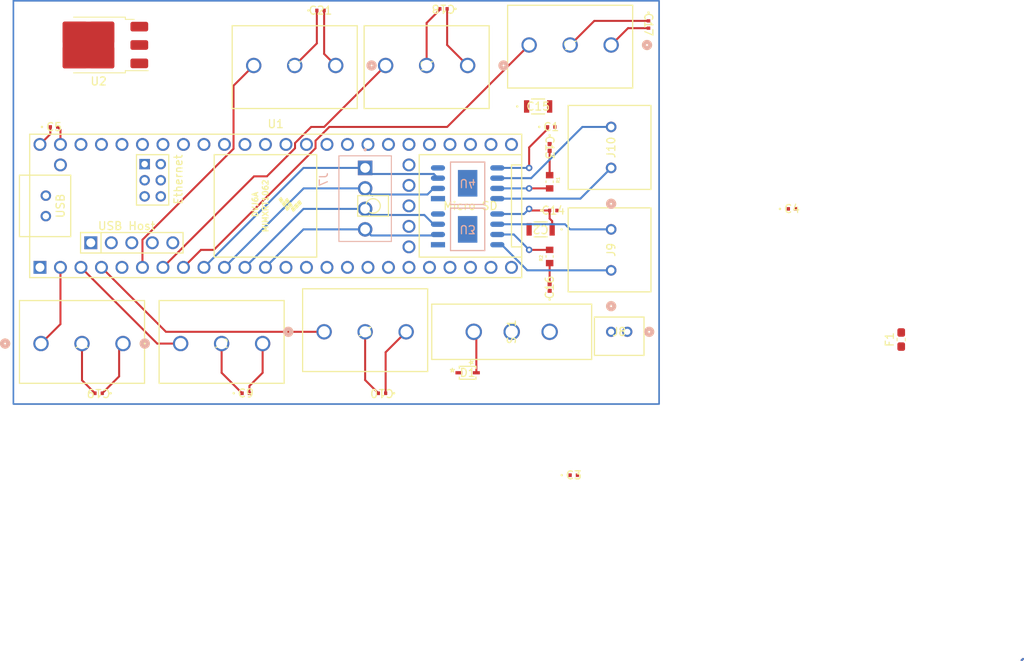
<source format=kicad_pcb>
(kicad_pcb (version 20221018) (generator pcbnew)
  (layers (0 "F.Cu" signal) (31 "B.Cu" signal) (34 "B.Paste" user) (35 "F.Paste" user) (36 "B.SilkS" user "B.Silkscreen") (37 "F.SilkS" user "F.Silkscreen") (38 "B.Mask" user) (39 "F.Mask" user) (44 "Edge.Cuts" user))
  (net 0 "")
  (net 1 "+12V")
  (net 2 "GND")
  (net 3 "Net-(D1-K)")
  (net 4 "VOLT1")
  (net 5 "+3.3V")
  (net 6 "Net-(C13-Pad2)")
  (net 7 "Net-(C16-Pad2)")
  (net 8 "Net-(J8-Pin_1)")
  (net 9 "IR1")
  (net 10 "IR2")
  (net 11 "IR3")
  (net 12 "LN1")
  (net 13 "LN2")
  (net 14 "ST1")
  (net 15 "BDC11")
  (net 16 "BDC12")
  (net 17 "BDC21")
  (net 18 "BDC22")
  (net 19 "Net-(J9-Pin_1)")
  (net 20 "Net-(J9-Pin_2)")
  (net 21 "Net-(J10-Pin_1)")
  (net 22 "Net-(J10-Pin_2)")
  (net 23 "Net-(U4-LSS)")
  (net 24 "Net-(U3-LSS)")
  (net 59 "SEN")
  (footprint "THERAPI:100NF" (layer "F.Cu") (at 103.6888 27.94 -90)
    (fp_text reference "C17" (at 0 0 -90 unlocked) (layer "F.SilkS"))
    (fp_text value "100nF")
    (fp_circle (center -1.4906 0) (end -1.4144 0) (stroke (width 0.1524)) (fill none) (layer "F.SilkS"))
    (pad "1" smd rect (at -0.4512 0 270) (size 0.4024 0.4492) (layers "F.Cu" "F.Paste" "F.Mask") (net 5 "+3.3V"))
    (pad "2" smd rect (at 0.4512 0 270) (size 0.4024 0.4492) (layers "F.Cu" "F.Paste" "F.Mask") (net 2 "GND"))
  )
  (footprint "THERAPI:SCREWTERM3" (layer "F.Cu") (at 81.28 33.02 180)
    (fp_text reference "J5" (at 5.08 0 180 unlocked) (layer "F.SilkS"))
    (fp_text value "Screw_Terminal_01x03")
    (fp_circle (center -4.445 0) (end -4.064 0) (stroke (width 0.508)) (fill none) (layer "B.SilkS"))
    (fp_line (start -2.667 -5.334) (end -2.667 4.9276) (stroke (width 0.1524)) (layer "F.SilkS"))
    (fp_line (start -2.667 4.9276) (end 12.827 4.9276) (stroke (width 0.1524)) (layer "F.SilkS"))
    (fp_line (start 12.827 -5.334) (end -2.667 -5.334) (stroke (width 0.1524)) (layer "F.SilkS"))
    (fp_line (start 12.827 4.9276) (end 12.827 -5.334) (stroke (width 0.1524)) (layer "F.SilkS"))
    (fp_circle (center -4.445 0) (end -4.064 0) (stroke (width 0.508)) (fill none) (layer "F.SilkS"))
    (pad "1" thru_hole circle (at 0 0 180) (size 1.905 1.905) (drill 1.397) (layers "*.Cu" "*.Mask") (net 2 "GND"))
    (pad "2" thru_hole circle (at 5.08 0 180) (size 1.905 1.905) (drill 1.397) (layers "*.Cu" "*.Mask") (net 5 "+3.3V"))
    (pad "3" thru_hole circle (at 10.16 0 180) (size 1.905 1.905) (drill 1.397) (layers "*.Cu" "*.Mask") (net 13 "LN2"))
  )
  (footprint "THERAPI:JSTT" (layer "F.Cu") (at 101.060001 66.04)
    (fp_text reference "J8" (at -1 0 unlocked) (layer "F.SilkS"))
    (fp_text value "BAT")
    (fp_circle (center 2.7084 0) (end 3.0894 0) (stroke (width 0.508)) (fill none) (layer "B.SilkS"))
    (fp_line (start -4.0734 -1.827) (end -4.0734 2.922801) (stroke (width 0.1524)) (layer "F.SilkS"))
    (fp_line (start -4.0734 2.922801) (end 2.0734 2.922801) (stroke (width 0.1524)) (layer "F.SilkS"))
    (fp_line (start 2.0734 -1.827) (end -4.0734 -1.827) (stroke (width 0.1524)) (layer "F.SilkS"))
    (fp_line (start 2.0734 2.922801) (end 2.0734 -1.827) (stroke (width 0.1524)) (layer "F.SilkS"))
    (fp_circle (center 2.7084 0) (end 3.0894 0) (stroke (width 0.508)) (fill none) (layer "F.SilkS"))
    (pad "1" thru_hole circle (at 0.000001 0) (size 1.27 1.27) (drill 0.762) (layers "*.Cu" "*.Mask") (net 8 "Net-(J8-Pin_1)"))
    (pad "2" thru_hole circle (at -2.000001 0) (size 1.27 1.27) (drill 0.762) (layers "*.Cu" "*.Mask") (net 2 "GND"))
  )
  (footprint "THERAPI:100NF" (layer "F.Cu") (at 35.56 73.66 180)
    (fp_text reference "C19" (at 0 0 180 unlocked) (layer "F.SilkS"))
    (fp_text value "100nF")
    (fp_circle (center -1.4906 0) (end -1.4144 0) (stroke (width 0.1524)) (fill none) (layer "F.SilkS"))
    (pad "1" smd rect (at -0.4512 0 180) (size 0.4024 0.4492) (layers "F.Cu" "F.Paste" "F.Mask") (net 2 "GND"))
    (pad "2" smd rect (at 0.4512 0 180) (size 0.4024 0.4492) (layers "F.Cu" "F.Paste" "F.Mask") (net 5 "+3.3V"))
  )
  (footprint "THERAPI:0.25OH" (layer "F.Cu") (at 91.44 47.44 -90)
    (fp_text reference "R1" (at -0.21 -1.05 90) (layer "F.SilkS") (effects (font (size 0.393701 0.393701))))
    (fp_text value "0.25Ω")
    (fp_line (start -0.11 -0.45) (end 0.11 -0.45) (stroke (width 0.127)) (layer "F.SilkS"))
    (fp_line (start -0.11 0.45) (end 0.11 0.45) (stroke (width 0.127)) (layer "F.SilkS"))
    (pad "1" smd rect (at -0.82 0 270) (size 0.79 0.93) (layers "F.Cu" "F.Paste" "F.Mask") (net 6 "Net-(C13-Pad2)"))
    (pad "2" smd rect (at 0.82 0 270) (size 0.79 0.93) (layers "F.Cu" "F.Paste" "F.Mask") (net 23 "Net-(U4-LSS)"))
  )
  (footprint "THERAPI:0.22uF" (layer "F.Cu") (at 91.6392 40.64)
    (fp_text reference "C1" (at 0 0 unlocked) (layer "F.SilkS"))
    (fp_text value "0.22µF")
    (fp_circle (center -1.4906 0) (end -1.4144 0) (stroke (width 0.1524)) (fill none) (layer "F.SilkS"))
    (pad "1" smd rect (at -0.4512 0) (size 0.4024 0.4492) (layers "F.Cu" "F.Paste" "F.Mask") (net 1 "+12V"))
    (pad "2" smd rect (at 0.4512 0) (size 0.4024 0.4492) (layers "F.Cu" "F.Paste" "F.Mask") (net 2 "GND"))
  )
  (footprint "THERAPI:100NF" (layer "F.Cu") (at 70.6688 73.66 180)
    (fp_text reference "C10" (at 0 0 180 unlocked) (layer "F.SilkS"))
    (fp_text value "100nF")
    (fp_circle (center -1.4906 0) (end -1.4144 0) (stroke (width 0.1524)) (fill none) (layer "F.SilkS"))
    (pad "1" smd rect (at -0.4512 0 180) (size 0.4024 0.4492) (layers "F.Cu" "F.Paste" "F.Mask") (net 2 "GND"))
    (pad "2" smd rect (at 0.4512 0 180) (size 0.4024 0.4492) (layers "F.Cu" "F.Paste" "F.Mask") (net 5 "+3.3V"))
  )
  (footprint "THERAPI:SCREW2" (layer "F.Cu") (at 99.06 45.72 90)
    (fp_text reference "J10" (at 2.54 0 90 unlocked) (layer "F.SilkS"))
    (fp_text value "BDC1")
    (fp_circle (center -4.445 0) (end -4.064 0) (stroke (width 0.508)) (fill none) (layer "B.SilkS"))
    (fp_line (start -2.667 -5.327) (end -2.667 4.9346) (stroke (width 0.1524)) (layer "F.SilkS"))
    (fp_line (start -2.667 4.9346) (end 7.747 4.9346) (stroke (width 0.1524)) (layer "F.SilkS"))
    (fp_line (start 7.747 -5.327) (end -2.667 -5.327) (stroke (width 0.1524)) (layer "F.SilkS"))
    (fp_line (start 7.747 4.9346) (end 7.747 -5.327) (stroke (width 0.1524)) (layer "F.SilkS"))
    (fp_circle (center -4.445 0) (end -4.064 0) (stroke (width 0.508)) (fill none) (layer "F.SilkS"))
    (pad "1" thru_hole circle (at 0 0 90) (size 1.3208 1.3208) (drill 0.8128) (layers "*.Cu" "*.Mask") (net 21 "Net-(J10-Pin_1)"))
    (pad "2" thru_hole circle (at 5.08 0 90) (size 1.3208 1.3208) (drill 0.8128) (layers "*.Cu" "*.Mask") (net 22 "Net-(J10-Pin_2)"))
  )
  (footprint "THERAPI:SCREWTERM3" (layer "F.Cu") (at 45.72 67.5)
    (fp_text reference "J2" (at 5.08 0 unlocked) (layer "F.SilkS"))
    (fp_text value "Screw_Terminal_01x03")
    (fp_circle (center -4.445 0) (end -4.064 0) (stroke (width 0.508)) (fill none) (layer "B.SilkS"))
    (fp_line (start -2.667 -5.334) (end -2.667 4.9276) (stroke (width 0.1524)) (layer "F.SilkS"))
    (fp_line (start -2.667 4.9276) (end 12.827 4.9276) (stroke (width 0.1524)) (layer "F.SilkS"))
    (fp_line (start 12.827 -5.334) (end -2.667 -5.334) (stroke (width 0.1524)) (layer "F.SilkS"))
    (fp_line (start 12.827 4.9276) (end 12.827 -5.334) (stroke (width 0.1524)) (layer "F.SilkS"))
    (fp_circle (center -4.445 0) (end -4.064 0) (stroke (width 0.508)) (fill none) (layer "F.SilkS"))
    (pad "1" thru_hole circle (at 0 0) (size 1.905 1.905) (drill 1.397) (layers "*.Cu" "*.Mask") (net 10 "IR2"))
    (pad "2" thru_hole circle (at 5.08 0) (size 1.905 1.905) (drill 1.397) (layers "*.Cu" "*.Mask") (net 5 "+3.3V"))
    (pad "3" thru_hole circle (at 10.16 0) (size 1.905 1.905) (drill 1.397) (layers "*.Cu" "*.Mask") (net 2 "GND"))
  )
  (footprint "THERAPI:0.25OH" (layer "F.Cu") (at 91.44 56.7 90)
    (fp_text reference "R2" (at -0.21 -1.05 90) (layer "F.SilkS") (effects (font (size 0.393701 0.393701))))
    (fp_text value "0.25Ω")
    (fp_line (start -0.11 -0.45) (end 0.11 -0.45) (stroke (width 0.127)) (layer "F.SilkS"))
    (fp_line (start -0.11 0.45) (end 0.11 0.45) (stroke (width 0.127)) (layer "F.SilkS"))
    (pad "1" smd rect (at -0.82 0 90) (size 0.79 0.93) (layers "F.Cu" "F.Paste" "F.Mask") (net 7 "Net-(C16-Pad2)"))
    (pad "2" smd rect (at 0.82 0 90) (size 0.79 0.93) (layers "F.Cu" "F.Paste" "F.Mask") (net 24 "Net-(U3-LSS)"))
  )
  (footprint "THERAPI:SCREWTERM3" (layer "F.Cu") (at 28.42 67.5)
    (fp_text reference "J1" (at 5.08 0 unlocked) (layer "F.SilkS"))
    (fp_text value "Screw_Terminal_01x03")
    (fp_circle (center -4.445 0) (end -4.064 0) (stroke (width 0.508)) (fill none) (layer "B.SilkS"))
    (fp_line (start -2.667 -5.334) (end -2.667 4.9276) (stroke (width 0.1524)) (layer "F.SilkS"))
    (fp_line (start -2.667 4.9276) (end 12.827 4.9276) (stroke (width 0.1524)) (layer "F.SilkS"))
    (fp_line (start 12.827 -5.334) (end -2.667 -5.334) (stroke (width 0.1524)) (layer "F.SilkS"))
    (fp_line (start 12.827 4.9276) (end 12.827 -5.334) (stroke (width 0.1524)) (layer "F.SilkS"))
    (fp_circle (center -4.445 0) (end -4.064 0) (stroke (width 0.508)) (fill none) (layer "F.SilkS"))
    (pad "1" thru_hole circle (at 0 0) (size 1.905 1.905) (drill 1.397) (layers "*.Cu" "*.Mask") (net 9 "IR1"))
    (pad "2" thru_hole circle (at 5.08 0) (size 1.905 1.905) (drill 1.397) (layers "*.Cu" "*.Mask") (net 5 "+3.3V"))
    (pad "3" thru_hole circle (at 10.16 0) (size 1.905 1.905) (drill 1.397) (layers "*.Cu" "*.Mask") (net 2 "GND"))
  )
  (footprint "teensy:Teensy41" (layer "F.Cu") (at 57.5 50.4308)
    (fp_text reference "U1" (at 0 -10.16) (layer "F.SilkS"))
    (fp_text value "Teensy4.1")
    (fp_text user "MIMXRT1062" (at -1.27 0 -90) (layer "F.SilkS") (effects (font (size 0.7 0.7))))
    (fp_text user "USB" (at -26.67 0 270) (layer "F.SilkS"))
    (fp_text user "DVJ6A" (at -2.54 -0.18 -90) (layer "F.SilkS") (effects (font (size 0.7 0.7))))
    (fp_text user "Micro SD" (at 24.13 0) (layer "F.SilkS"))
    (fp_text user "Ethernet" (at -12.065 -3.2766 90) (layer "F.SilkS"))
    (fp_text user "USB Host" (at -18.4658 2.4892) (layer "F.SilkS"))
    (fp_line (start -31.75 -3.81) (end -30.48 -3.81) (stroke (width 0.15)) (layer "F.SilkS"))
    (fp_line (start -31.75 3.81) (end -31.75 -3.81) (stroke (width 0.15)) (layer "F.SilkS"))
    (fp_line (start -30.48 -8.89) (end 30.48 -8.89) (stroke (width 0.15)) (layer "F.SilkS"))
    (fp_line (start -30.48 3.81) (end -31.75 3.81) (stroke (width 0.15)) (layer "F.SilkS"))
    (fp_line (start -30.48 8.89) (end -30.48 -8.89) (stroke (width 0.15)) (layer "F.SilkS"))
    (fp_line (start -25.4 -3.81) (end -30.48 -3.81) (stroke (width 0.15)) (layer "F.SilkS"))
    (fp_line (start -25.4 3.81) (end -30.48 3.81) (stroke (width 0.15)) (layer "F.SilkS"))
    (fp_line (start -25.4 3.81) (end -25.4 -3.81) (stroke (width 0.15)) (layer "F.SilkS"))
    (fp_line (start -24.1808 3.2992) (end -21.6408 3.2992) (stroke (width 0.15)) (layer "F.SilkS"))
    (fp_line (start -24.1808 3.2992) (end -11.4808 3.2992) (stroke (width 0.15)) (layer "F.SilkS"))
    (fp_line (start -24.1808 5.8392) (end -24.1808 3.2992) (stroke (width 0.15)) (layer "F.SilkS"))
    (fp_line (start -21.6408 3.2992) (end -21.6408 5.8392) (stroke (width 0.15)) (layer "F.SilkS"))
    (fp_line (start -17.25 -6.3516) (end -17.25 -6.1016) (stroke (width 0.15)) (layer "F.SilkS"))
    (fp_line (start -17.25 -6.1016) (end -17.25 -0.1016) (stroke (width 0.15)) (layer "F.SilkS"))
    (fp_line (start -17.25 -0.1016) (end -13.25 -0.1016) (stroke (width 0.15)) (layer "F.SilkS"))
    (fp_line (start -13.25 -6.3516) (end -17.25 -6.3516) (stroke (width 0.15)) (layer "F.SilkS"))
    (fp_line (start -13.25 -0.1016) (end -13.25 -6.3516) (stroke (width 0.15)) (layer "F.SilkS"))
    (fp_line (start -11.4808 3.2992) (end -11.4808 5.8392) (stroke (width 0.15)) (layer "F.SilkS"))
    (fp_line (start -11.4808 5.8392) (end -24.1808 5.8392) (stroke (width 0.15)) (layer "F.SilkS"))
    (fp_line (start -7.62 -6.35) (end -7.62 6.35) (stroke (width 0.15)) (layer "F.SilkS"))
    (fp_line (start -7.62 6.35) (end 5.08 6.35) (stroke (width 0.15)) (layer "F.SilkS"))
    (fp_line (start 5.08 -6.35) (end -7.62 -6.35) (stroke (width 0.15)) (layer "F.SilkS"))
    (fp_line (start 5.08 6.35) (end 5.08 -6.35) (stroke (width 0.15)) (layer "F.SilkS"))
    (fp_line (start 10.16 -1.27) (end 13.97 -1.27) (stroke (width 0.15)) (layer "F.SilkS"))
    (fp_line (start 10.16 1.27) (end 10.16 -1.27) (stroke (width 0.15)) (layer "F.SilkS"))
    (fp_line (start 13.97 -1.27) (end 13.97 1.27) (stroke (width 0.15)) (layer "F.SilkS"))
    (fp_line (start 13.97 1.27) (end 10.16 1.27) (stroke (width 0.15)) (layer "F.SilkS"))
    (fp_line (start 17.78 -6.35) (end 17.78 6.35) (stroke (width 0.15)) (layer "F.SilkS"))
    (fp_line (start 17.78 6.35) (end 30.48 6.35) (stroke (width 0.15)) (layer "F.SilkS"))
    (fp_line (start 29.21 -5.08) (end 29.21 5.08) (stroke (width 0.15)) (layer "F.SilkS"))
    (fp_line (start 29.21 5.08) (end 30.48 5.08) (stroke (width 0.15)) (layer "F.SilkS"))
    (fp_line (start 30.48 -8.89) (end 30.48 8.89) (stroke (width 0.15)) (layer "F.SilkS"))
    (fp_line (start 30.48 -6.35) (end 17.78 -6.35) (stroke (width 0.15)) (layer "F.SilkS"))
    (fp_line (start 30.48 -5.08) (end 29.21 -5.08) (stroke (width 0.15)) (layer "F.SilkS"))
    (fp_line (start 30.48 8.89) (end -30.48 8.89) (stroke (width 0.15)) (layer "F.SilkS"))
    (fp_circle (center 12.065 0) (end 12.7 -0.635) (stroke (width 0.15)) (fill none) (layer "F.SilkS"))
    (fp_poly (pts (xy 0.911 -0.688) (xy 0.657 -0.434) (xy 0.403 -0.815) (xy 0.657 -1.069)) (stroke (width 0.1)) (fill solid) (layer "F.SilkS"))
    (fp_poly (pts (xy 1.292 -0.18) (xy 1.038 0.074) (xy 0.784 -0.307) (xy 1.038 -0.561)) (stroke (width 0.1)) (fill solid) (layer "F.SilkS"))
    (fp_poly (pts (xy 1.673 -0.561) (xy 1.419 -0.307) (xy 1.165 -0.688) (xy 1.419 -0.942)) (stroke (width 0.1)) (fill solid) (layer "F.SilkS"))
    (fp_poly (pts (xy 1.673 0.328) (xy 1.419 0.582) (xy 1.165 0.201) (xy 1.419 -0.053)) (stroke (width 0.1)) (fill solid) (layer "F.SilkS"))
    (fp_poly (pts (xy 2.054 -0.053) (xy 1.8 0.201) (xy 1.546 -0.18) (xy 1.8 -0.434)) (stroke (width 0.1)) (fill solid) (layer "F.SilkS"))
    (fp_poly (pts (xy 2.435 0.455) (xy 2.181 0.709) (xy 1.927 0.328) (xy 2.181 0.074)) (stroke (width 0.1)) (fill solid) (layer "F.SilkS"))
    (fp_poly (pts (xy 2.816 0.074) (xy 2.562 0.328) (xy 2.308 -0.053) (xy 2.562 -0.307)) (stroke (width 0.1)) (fill solid) (layer "F.SilkS"))
    (fp_poly (pts (xy 3.197 -0.307) (xy 2.943 -0.053) (xy 2.689 -0.434) (xy 2.943 -0.688)) (stroke (width 0.1)) (fill solid) (layer "F.SilkS"))
    (pad "1" thru_hole rect (at -29.21 7.62) (size 1.6 1.6) (drill 1.1) (layers "*.Cu" "*.Mask") (net 2 "GND"))
    (pad "2" thru_hole circle (at -26.67 7.62) (size 1.6 1.6) (drill 1.1) (layers "*.Cu" "*.Mask") (net 9 "IR1"))
    (pad "3" thru_hole circle (at -24.13 7.62) (size 1.6 1.6) (drill 1.1) (layers "*.Cu" "*.Mask") (net 10 "IR2"))
    (pad "4" thru_hole circle (at -21.59 7.62) (size 1.6 1.6) (drill 1.1) (layers "*.Cu" "*.Mask") (net 11 "IR3"))
    (pad "5" thru_hole circle (at -19.05 7.62) (size 1.6 1.6) (drill 1.1) (layers "*.Cu" "*.Mask"))
    (pad "6" thru_hole circle (at -16.51 7.62) (size 1.6 1.6) (drill 1.1) (layers "*.Cu" "*.Mask") (net 12 "LN1"))
    (pad "7" thru_hole circle (at -13.97 7.62) (size 1.6 1.6) (drill 1.1) (layers "*.Cu" "*.Mask") (net 13 "LN2"))
    (pad "8" thru_hole circle (at -11.43 7.62) (size 1.6 1.6) (drill 1.1) (layers "*.Cu" "*.Mask") (net 14 "ST1"))
    (pad "9" thru_hole circle (at -8.89 7.62) (size 1.6 1.6) (drill 1.1) (layers "*.Cu" "*.Mask") (net 15 "BDC11"))
    (pad "10" thru_hole circle (at -6.35 7.62) (size 1.6 1.6) (drill 1.1) (layers "*.Cu" "*.Mask") (net 16 "BDC12"))
    (pad "11" thru_hole circle (at -3.81 7.62) (size 1.6 1.6) (drill 1.1) (layers "*.Cu" "*.Mask") (net 18 "BDC22"))
    (pad "12" thru_hole circle (at -1.27 7.62) (size 1.6 1.6) (drill 1.1) (layers "*.Cu" "*.Mask") (net 17 "BDC21"))
    (pad "13" thru_hole circle (at 1.27 7.62) (size 1.6 1.6) (drill 1.1) (layers "*.Cu" "*.Mask"))
    (pad "14" thru_hole circle (at 3.81 7.62) (size 1.6 1.6) (drill 1.1) (layers "*.Cu" "*.Mask"))
    (pad "15" thru_hole circle (at 6.35 7.62) (size 1.6 1.6) (drill 1.1) (layers "*.Cu" "*.Mask"))
    (pad "16" thru_hole circle (at 8.89 7.62) (size 1.6 1.6) (drill 1.1) (layers "*.Cu" "*.Mask"))
    (pad "17" thru_hole circle (at 11.43 7.62) (size 1.6 1.6) (drill 1.1) (layers "*.Cu" "*.Mask"))
    (pad "18" thru_hole circle (at 13.97 7.62) (size 1.6 1.6) (drill 1.1) (layers "*.Cu" "*.Mask"))
    (pad "19" thru_hole circle (at 16.51 7.62) (size 1.6 1.6) (drill 1.1) (layers "*.Cu" "*.Mask"))
    (pad "20" thru_hole circle (at 19.05 7.62) (size 1.6 1.6) (drill 1.1) (layers "*.Cu" "*.Mask"))
    (pad "21" thru_hole circle (at 21.59 7.62) (size 1.6 1.6) (drill 1.1) (layers "*.Cu" "*.Mask"))
    (pad "22" thru_hole circle (at 24.13 7.62) (size 1.6 1.6) (drill 1.1) (layers "*.Cu" "*.Mask"))
    (pad "23" thru_hole circle (at 26.67 7.62) (size 1.6 1.6) (drill 1.1) (layers "*.Cu" "*.Mask"))
    (pad "24" thru_hole circle (at 29.21 7.62) (size 1.6 1.6) (drill 1.1) (layers "*.Cu" "*.Mask"))
    (pad "25" thru_hole circle (at 29.21 -7.62) (size 1.6 1.6) (drill 1.1) (layers "*.Cu" "*.Mask"))
    (pad "26" thru_hole circle (at 26.67 -7.62) (size 1.6 1.6) (drill 1.1) (layers "*.Cu" "*.Mask"))
    (pad "27" thru_hole circle (at 24.13 -7.62) (size 1.6 1.6) (drill 1.1) (layers "*.Cu" "*.Mask"))
    (pad "28" thru_hole circle (at 21.59 -7.62) (size 1.6 1.6) (drill 1.1) (layers "*.Cu" "*.Mask"))
    (pad "29" thru_hole circle (at 19.05 -7.62) (size 1.6 1.6) (drill 1.1) (layers "*.Cu" "*.Mask"))
    (pad "30" thru_hole circle (at 16.51 -7.62) (size 1.6 1.6) (drill 1.1) (layers "*.Cu" "*.Mask"))
    (pad "31" thru_hole circle (at 13.97 -7.62) (size 1.6 1.6) (drill 1.1) (layers "*.Cu" "*.Mask"))
    (pad "32" thru_hole circle (at 11.43 -7.62) (size 1.6 1.6) (drill 1.1) (layers "*.Cu" "*.Mask"))
    (pad "33" thru_hole circle (at 8.89 -7.62) (size 1.6 1.6) (drill 1.1) (layers "*.Cu" "*.Mask"))
    (pad "34" thru_hole circle (at 6.35 -7.62) (size 1.6 1.6) (drill 1.1) (layers "*.Cu" "*.Mask") (net 2 "GND"))
    (pad "35" thru_hole circle (at 3.81 -7.62) (size 1.6 1.6) (drill 1.1) (layers "*.Cu" "*.Mask"))
    (pad "36" thru_hole circle (at 1.27 -7.62) (size 1.6 1.6) (drill 1.1) (layers "*.Cu" "*.Mask"))
    (pad "37" thru_hole circle (at -1.27 -7.62) (size 1.6 1.6) (drill 1.1) (layers "*.Cu" "*.Mask"))
    (pad "38" thru_hole circle (at -3.81 -7.62) (size 1.6 1.6) (drill 1.1) (layers "*.Cu" "*.Mask"))
    (pad "39" thru_hole circle (at -6.35 -7.62) (size 1.6 1.6) (drill 1.1) (layers "*.Cu" "*.Mask"))
    (pad "40" thru_hole circle (at -8.89 -7.62) (size 1.6 1.6) (drill 1.1) (layers "*.Cu" "*.Mask"))
    (pad "41" thru_hole circle (at -11.43 -7.62) (size 1.6 1.6) (drill 1.1) (layers "*.Cu" "*.Mask"))
    (pad "42" thru_hole circle (at -13.97 -7.62) (size 1.6 1.6) (drill 1.1) (layers "*.Cu" "*.Mask"))
    (pad "43" thru_hole circle (at -16.51 -7.62) (size 1.6 1.6) (drill 1.1) (layers "*.Cu" "*.Mask"))
    (pad "44" thru_hole circle (at -19.05 -7.62) (size 1.6 1.6) (drill 1.1) (layers "*.Cu" "*.Mask"))
    (pad "45" thru_hole circle (at -21.59 -7.62) (size 1.6 1.6) (drill 1.1) (layers "*.Cu" "*.Mask"))
    (pad "46" thru_hole circle (at -24.13 -7.62) (size 1.6 1.6) (drill 1.1) (layers "*.Cu" "*.Mask") (net 59 "SEN"))
    (pad "47" thru_hole circle (at -26.67 -7.62) (size 1.6 1.6) (drill 1.1) (layers "*.Cu" "*.Mask") (net 2 "GND"))
    (pad "48" thru_hole circle (at -29.21 -7.62) (size 1.6 1.6) (drill 1.1) (layers "*.Cu" "*.Mask") (net 4 "VOLT1"))
    (pad "49" thru_hole circle (at -26.67 -5.08) (size 1.6 1.6) (drill 1.1) (layers "*.Cu" "*.Mask"))
    (pad "50" thru_hole circle (at 16.51 5.08) (size 1.6 1.6) (drill 1.1) (layers "*.Cu" "*.Mask"))
    (pad "51" thru_hole circle (at 16.51 2.54) (size 1.6 1.6) (drill 1.1) (layers "*.Cu" "*.Mask"))
    (pad "52" thru_hole circle (at 16.51 0) (size 1.6 1.6) (drill 1.1) (layers "*.Cu" "*.Mask") (net 2 "GND"))
    (pad "53" thru_hole circle (at 16.51 -2.54) (size 1.6 1.6) (drill 1.1) (layers "*.Cu" "*.Mask"))
    (pad "54" thru_hole circle (at 16.51 -5.08) (size 1.6 1.6) (drill 1.1) (layers "*.Cu" "*.Mask"))
    (pad "55" thru_hole rect (at -22.9108 4.5692) (size 1.6 1.6) (drill 1.1) (layers "*.Cu" "*.Mask"))
    (pad "56" thru_hole circle (at -20.3708 4.5692) (size 1.6 1.6) (drill 1.1) (layers "*.Cu" "*.Mask"))
    (pad "57" thru_hole circle (at -17.8308 4.5692) (size 1.6 1.6) (drill 1.1) (layers "*.Cu" "*.Mask"))
    (pad "58" thru_hole circle (at -15.2908 4.5692) (size 1.6 1.6) (drill 1.1) (layers "*.Cu" "*.Mask") (net 2 "GND"))
    (pad "59" thru_hole circle (at -12.7508 4.5692) (size 1.6 1.6) (drill 1.1) (layers "*.Cu" "*.Mask") (net 2 "GND"))
    (pad "60" thru_hole rect (at -16.24 -5.1816) (size 1.3 1.3) (drill 0.8) (layers "*.Cu" "*.Mask"))
    (pad "61" thru_hole circle (at -16.24 -3.1816) (size 1.3 1.3) (drill 0.8) (layers "*.Cu" "*.Mask"))
    (pad "62" thru_hole circle (at -16.24 -1.1816) (size 1.3 1.3) (drill 0.8) (layers "*.Cu" "*.Mask"))
    (pad "63" thru_hole circle (at -14.24 -1.1816) (size 1.3 1.3) (drill 0.8) (layers "*.Cu" "*.Mask"))
    (pad "64" thru_hole circle (at -14.24 -3.1816) (size 1.3 1.3) (drill 0.8) (layers "*.Cu" "*.Mask"))
    (pad "65" thru_hole circle (at -14.24 -5.1816) (size 1.3 1.3) (drill 0.8) (layers "*.Cu" "*.Mask"))
    (pad "66" thru_hole circle (at -28.48 -1.27) (size 1.3 1.3) (drill 0.8) (layers "*.Cu" "*.Mask"))
    (pad "67" thru_hole circle (at -28.48 1.27) (size 1.3 1.3) (drill 0.8) (layers "*.Cu" "*.Mask"))
  )
  (footprint "THERAPI:100NF" (layer "F.Cu") (at 53.7912 73.66)
    (fp_text reference "C9" (at 0 0 unlocked) (layer "F.SilkS"))
    (fp_text value "100nF")
    (fp_circle (center -1.4906 0) (end -1.4144 0) (stroke (width 0.1524)) (fill none) (layer "F.SilkS"))
    (pad "1" smd rect (at -0.4512 0) (size 0.4024 0.4492) (layers "F.Cu" "F.Paste" "F.Mask") (net 5 "+3.3V"))
    (pad "2" smd rect (at 0.4512 0) (size 0.4024 0.4492) (layers "F.Cu" "F.Paste" "F.Mask") (net 2 "GND"))
  )
  (footprint "THERAPI:SCREWTERM3" (layer "F.Cu") (at 64.9351 33.02 180)
    (fp_text reference "J4" (at 5.08 0 180 unlocked) (layer "F.SilkS"))
    (fp_text value "Screw_Terminal_01x03")
    (fp_circle (center -4.445 0) (end -4.064 0) (stroke (width 0.508)) (fill none) (layer "B.SilkS"))
    (fp_line (start -2.667 -5.334) (end -2.667 4.9276) (stroke (width 0.1524)) (layer "F.SilkS"))
    (fp_line (start -2.667 4.9276) (end 12.827 4.9276) (stroke (width 0.1524)) (layer "F.SilkS"))
    (fp_line (start 12.827 -5.334) (end -2.667 -5.334) (stroke (width 0.1524)) (layer "F.SilkS"))
    (fp_line (start 12.827 4.9276) (end 12.827 -5.334) (stroke (width 0.1524)) (layer "F.SilkS"))
    (fp_circle (center -4.445 0) (end -4.064 0) (stroke (width 0.508)) (fill none) (layer "F.SilkS"))
    (pad "1" thru_hole circle (at 0 0 180) (size 1.905 1.905) (drill 1.397) (layers "*.Cu" "*.Mask") (net 2 "GND"))
    (pad "2" thru_hole circle (at 5.08 0 180) (size 1.905 1.905) (drill 1.397) (layers "*.Cu" "*.Mask") (net 5 "+3.3V"))
    (pad "3" thru_hole circle (at 10.16 0 180) (size 1.905 1.905) (drill 1.397) (layers "*.Cu" "*.Mask") (net 12 "LN1"))
  )
  (footprint "THERAPI:100NF" (layer "F.Cu") (at 94.4312 83.82)
    (fp_text reference "C3" (at 0 0 unlocked) (layer "F.SilkS"))
    (fp_text value "100nF")
    (fp_circle (center -1.4906 0) (end -1.4144 0) (stroke (width 0.1524)) (fill none) (layer "F.SilkS"))
    (pad "1" smd rect (at -0.4512 0) (size 0.4024 0.4492) (layers "F.Cu" "F.Paste" "F.Mask") (net 3 "Net-(D1-K)"))
    (pad "2" smd rect (at 0.4512 0) (size 0.4024 0.4492) (layers "F.Cu" "F.Paste" "F.Mask") (net 2 "GND"))
  )
  (footprint "THERAPI:1uF" (layer "F.Cu") (at 91.44 43.18 -90)
    (fp_text reference "C13" (at 0 0 -90 unlocked) (layer "F.SilkS"))
    (fp_text value "1µF")
    (fp_circle (center -1.5113 0) (end -1.4351 0) (stroke (width 0.1524)) (fill none) (layer "F.SilkS"))
    (pad "1" smd rect (at -0.4191 0 270) (size 0.508 0.508) (layers "F.Cu" "F.Paste" "F.Mask") (net 2 "GND"))
    (pad "2" smd rect (at 0.4191 0 270) (size 0.508 0.508) (layers "F.Cu" "F.Paste" "F.Mask") (net 6 "Net-(C13-Pad2)"))
  )
  (footprint "THERAPI:SCREWTERM3" (layer "F.Cu") (at 99.06 30.48 180)
    (fp_text reference "J6" (at 5.08 0 180 unlocked) (layer "F.SilkS"))
    (fp_text value "Screw_Terminal_01x03")
    (fp_circle (center -4.445 0) (end -4.064 0) (stroke (width 0.508)) (fill none) (layer "B.SilkS"))
    (fp_line (start -2.667 -5.334) (end -2.667 4.9276) (stroke (width 0.1524)) (layer "F.SilkS"))
    (fp_line (start -2.667 4.9276) (end 12.827 4.9276) (stroke (width 0.1524)) (layer "F.SilkS"))
    (fp_line (start 12.827 -5.334) (end -2.667 -5.334) (stroke (width 0.1524)) (layer "F.SilkS"))
    (fp_line (start 12.827 4.9276) (end 12.827 -5.334) (stroke (width 0.1524)) (layer "F.SilkS"))
    (fp_circle (center -4.445 0) (end -4.064 0) (stroke (width 0.508)) (fill none) (layer "F.SilkS"))
    (pad "1" thru_hole circle (at 0 0 180) (size 1.905 1.905) (drill 1.397) (layers "*.Cu" "*.Mask") (net 2 "GND"))
    (pad "2" thru_hole circle (at 5.08 0 180) (size 1.905 1.905) (drill 1.397) (layers "*.Cu" "*.Mask") (net 5 "+3.3V"))
    (pad "3" thru_hole circle (at 10.16 0 180) (size 1.905 1.905) (drill 1.397) (layers "*.Cu" "*.Mask") (net 14 "ST1"))
  )
  (footprint "THERAPI:SWITCH" (layer "F.Cu") (at 82.039999 66.04 90)
    (fp_text reference "SW1" (at 0 4.700001 90 unlocked) (layer "F.SilkS"))
    (fp_text value "500SSP1S2M2QEA")
    (fp_text user "*" (at -3.81 0 90 unlocked) (layer "F.SilkS"))
    (fp_text user "*" (at -3.81 0 90) (layer "F.SilkS"))
    (fp_line (start -3.429 -5.205999) (end -3.429 14.606001) (stroke (width 0.1524)) (layer "F.SilkS"))
    (fp_line (start -3.429 14.606001) (end 3.429 14.606001) (stroke (width 0.1524)) (layer "F.SilkS"))
    (fp_line (start 3.429 -5.205999) (end -3.429 -5.205999) (stroke (width 0.1524)) (layer "F.SilkS"))
    (fp_line (start 3.429 14.606001) (end 3.429 -5.205999) (stroke (width 0.1524)) (layer "F.SilkS"))
    (pad "1" thru_hole circle (at 0 0 90) (size 2.032 2.032) (drill 1.524) (layers "*.Cu" "*.Mask") (net 1 "+12V"))
    (pad "2" thru_hole circle (at 0 4.700001 90) (size 2.032 2.032) (drill 1.524) (layers "*.Cu" "*.Mask"))
    (pad "3" thru_hole circle (at 0 9.400001 90) (size 2.032 2.032) (drill 1.524) (layers "*.Cu" "*.Mask") (net 8 "Net-(J8-Pin_1)"))
  )
  (footprint "THERAPI:0.22uF" (layer "F.Cu") (at 91.8912 50.9992)
    (fp_text reference "C14" (at 0 0 unlocked) (layer "F.SilkS"))
    (fp_text value "0.22µF")
    (fp_circle (center -1.4906 0) (end -1.4144 0) (stroke (width 0.1524)) (fill none) (layer "F.SilkS"))
    (pad "1" smd rect (at -0.4512 0) (size 0.4024 0.4492) (layers "F.Cu" "F.Paste" "F.Mask") (net 1 "+12V"))
    (pad "2" smd rect (at 0.4512 0) (size 0.4024 0.4492) (layers "F.Cu" "F.Paste" "F.Mask") (net 2 "GND"))
  )
  (footprint "Fuse:Fuse_0603_1608Metric_Pad1.05x0.95mm_HandSolder" (layer "F.Cu") (at 135 67 90)
    (fp_text reference "F1" (at 0 -1.43 90) (layer "F.SilkS"))
    (fp_text value "Fuse")
    (fp_line (start -0.171267 -0.51) (end 0.171267 -0.51) (stroke (width 0.12)) (layer "F.SilkS"))
    (fp_line (start -0.171267 0.51) (end 0.171267 0.51) (stroke (width 0.12)) (layer "F.SilkS"))
    (pad "1" smd roundrect (at -0.875 0 90) (size 1.05 0.95) (layers "F.Cu" "F.Paste" "F.Mask") (net 8 "Net-(J8-Pin_1)"))
    (pad "2" smd roundrect (at 0.875 0 90) (size 1.05 0.95) (layers "F.Cu" "F.Paste" "F.Mask") (net 8 "Net-(J8-Pin_1)"))
  )
  (footprint "THERAPI:100NF" (layer "F.Cu") (at 121.4688 50.8)
    (fp_text reference "C4" (at 0 0 unlocked) (layer "F.SilkS"))
    (fp_text value "10µF")
    (fp_circle (center -1.4906 0) (end -1.4144 0) (stroke (width 0.1524)) (fill none) (layer "F.SilkS"))
    (pad "1" smd rect (at -0.4512 0) (size 0.4024 0.4492) (layers "F.Cu" "F.Paste" "F.Mask") (net 4 "VOLT1"))
    (pad "2" smd rect (at 0.4512 0) (size 0.4024 0.4492) (layers "F.Cu" "F.Paste" "F.Mask") (net 2 "GND"))
  )
  (footprint "THERAPI:SCREW2" (layer "F.Cu") (at 99.06 58.42 90)
    (fp_text reference "J9" (at 2.54 0 90 unlocked) (layer "F.SilkS"))
    (fp_text value "BDC2")
    (fp_circle (center -4.445 0) (end -4.064 0) (stroke (width 0.508)) (fill none) (layer "B.SilkS"))
    (fp_line (start -2.667 -5.327) (end -2.667 4.9346) (stroke (width 0.1524)) (layer "F.SilkS"))
    (fp_line (start -2.667 4.9346) (end 7.747 4.9346) (stroke (width 0.1524)) (layer "F.SilkS"))
    (fp_line (start 7.747 -5.327) (end -2.667 -5.327) (stroke (width 0.1524)) (layer "F.SilkS"))
    (fp_line (start 7.747 4.9346) (end 7.747 -5.327) (stroke (width 0.1524)) (layer "F.SilkS"))
    (fp_circle (center -4.445 0) (end -4.064 0) (stroke (width 0.508)) (fill none) (layer "F.SilkS"))
    (pad "1" thru_hole circle (at 0 0 90) (size 1.3208 1.3208) (drill 0.8128) (layers "*.Cu" "*.Mask") (net 19 "Net-(J9-Pin_1)"))
    (pad "2" thru_hole circle (at 5.08 0 90) (size 1.3208 1.3208) (drill 0.8128) (layers "*.Cu" "*.Mask") (net 20 "Net-(J9-Pin_2)"))
  )
  (footprint "Package_TO_SOT_SMD:TO-252-3_TabPin2" (layer "F.Cu") (at 35.56 30.48 180)
    (fp_text reference "U2" (at 0 -4.5) (layer "F.SilkS"))
    (fp_text value "IFX27001TFV")
    (fp_line (start -3.31 -3.45) (end -3.31 -3.18) (stroke (width 0.12)) (layer "F.SilkS"))
    (fp_line (start -3.31 -3.18) (end -6.14 -3.18) (stroke (width 0.12)) (layer "F.SilkS"))
    (fp_line (start -3.31 3.18) (end -4.41 3.18) (stroke (width 0.12)) (layer "F.SilkS"))
    (fp_line (start -3.31 3.45) (end -3.31 3.18) (stroke (width 0.12)) (layer "F.SilkS"))
    (fp_line (start 3.11 -3.45) (end -3.31 -3.45) (stroke (width 0.12)) (layer "F.SilkS"))
    (fp_line (start 3.11 3.45) (end -3.31 3.45) (stroke (width 0.12)) (layer "F.SilkS"))
    (pad "1" smd roundrect (at -5.04 -2.28 180) (size 2.2 1.2) (layers "F.Cu" "F.Paste" "F.Mask") (roundrect_rratio 0.208333) (net 2 "GND"))
    (pad "2" smd roundrect (at -5.04 0 180) (size 2.2 1.2) (layers "F.Cu" "F.Paste" "F.Mask") (roundrect_rratio 0.208333) (net 4 "VOLT1"))
    (pad "2" smd roundrect (at -0.415 -1.525 180) (size 3.05 2.75) (layers "F.Cu" "F.Paste") (roundrect_rratio 0.090909) (net 4 "VOLT1"))
    (pad "2" smd roundrect (at -0.415 1.525 180) (size 3.05 2.75) (layers "F.Cu" "F.Paste") (roundrect_rratio 0.090909) (net 4 "VOLT1"))
    (pad "2" smd roundrect (at 1.26 0 180) (size 6.4 5.8) (layers "F.Cu" "F.Mask") (roundrect_rratio 0.043103) (net 4 "VOLT1"))
    (pad "2" smd roundrect (at 2.935 -1.525 180) (size 3.05 2.75) (layers "F.Cu" "F.Paste") (roundrect_rratio 0.090909) (net 4 "VOLT1"))
    (pad "2" smd roundrect (at 2.935 1.525 180) (size 3.05 2.75) (layers "F.Cu" "F.Paste") (roundrect_rratio 0.090909) (net 4 "VOLT1"))
    (pad "3" smd roundrect (at -5.04 2.28 180) (size 2.2 1.2) (layers "F.Cu" "F.Paste" "F.Mask") (roundrect_rratio 0.208333) (net 3 "Net-(D1-K)"))
  )
  (footprint "THERAPI:100uF" (layer "F.Cu") (at 90.013799 38.1)
    (fp_text reference "C15" (at 0 0 unlocked) (layer "F.SilkS"))
    (fp_text value "100µF")
    (fp_line (start -0.804213 0.927) (end 0.804213 0.927) (stroke (width 0.1524)) (layer "F.SilkS"))
    (fp_line (start 0.804213 -0.927) (end -0.804213 -0.927) (stroke (width 0.1524)) (layer "F.SilkS"))
    (fp_circle (center -2.590601 0) (end -2.514401 0) (stroke (width 0.1524)) (fill none) (layer "F.SilkS"))
    (pad "1" smd rect (at -1.426201 0) (size 0.6524 1.5492) (layers "F.Cu" "F.Paste" "F.Mask") (net 1 "+12V"))
    (pad "2" smd rect (at 1.426201 0) (size 0.6524 1.5492) (layers "F.Cu" "F.Paste" "F.Mask") (net 2 "GND"))
  )
  (footprint "THERAPI:100NF" (layer "F.Cu") (at 78.2888 26 180)
    (fp_text reference "C18" (at 0 0 180 unlocked) (layer "F.SilkS"))
    (fp_text value "100nF")
    (fp_circle (center -1.4906 0) (end -1.4144 0) (stroke (width 0.1524)) (fill none) (layer "F.SilkS"))
    (pad "1" smd rect (at -0.4512 0 180) (size 0.4024 0.4492) (layers "F.Cu" "F.Paste" "F.Mask") (net 2 "GND"))
    (pad "2" smd rect (at 0.4512 0 180) (size 0.4024 0.4492) (layers "F.Cu" "F.Paste" "F.Mask") (net 5 "+3.3V"))
  )
  (footprint "THERAPI:100NF" (layer "F.Cu") (at 63.0488 26.1968)
    (fp_text reference "C21" (at 0 0 unlocked) (layer "F.SilkS"))
    (fp_text value "100nF")
    (fp_circle (center -1.4906 0) (end -1.4144 0) (stroke (width 0.1524)) (fill none) (layer "F.SilkS"))
    (pad "1" smd rect (at -0.4512 0) (size 0.4024 0.4492) (layers "F.Cu" "F.Paste" "F.Mask") (net 5 "+3.3V"))
    (pad "2" smd rect (at 0.4512 0) (size 0.4024 0.4492) (layers "F.Cu" "F.Paste" "F.Mask") (net 2 "GND"))
  )
  (footprint "THERAPI:100uF" (layer "F.Cu") (at 90.326201 53.34 180)
    (fp_text reference "C2" (at 0 0 180 unlocked) (layer "F.SilkS"))
    (fp_text value "100µF")
    (fp_line (start -0.804213 0.927) (end 0.804213 0.927) (stroke (width 0.1524)) (layer "F.SilkS"))
    (fp_line (start 0.804213 -0.927) (end -0.804213 -0.927) (stroke (width 0.1524)) (layer "F.SilkS"))
    (fp_circle (center -2.590601 0) (end -2.514401 0) (stroke (width 0.1524)) (fill none) (layer "F.SilkS"))
    (pad "1" smd rect (at -1.426201 0 180) (size 0.6524 1.5492) (layers "F.Cu" "F.Paste" "F.Mask") (net 1 "+12V"))
    (pad "2" smd rect (at 1.426201 0 180) (size 0.6524 1.5492) (layers "F.Cu" "F.Paste" "F.Mask") (net 2 "GND"))
  )
  (footprint "THERAPI:1uF" (layer "F.Cu") (at 91.44 60.5409 90)
    (fp_text reference "C16" (at 0 0 90 unlocked) (layer "F.SilkS"))
    (fp_text value "1µF")
    (fp_circle (center -1.5113 0) (end -1.4351 0) (stroke (width 0.1524)) (fill none) (layer "F.SilkS"))
    (pad "1" smd rect (at -0.4191 0 90) (size 0.508 0.508) (layers "F.Cu" "F.Paste" "F.Mask") (net 2 "GND"))
    (pad "2" smd rect (at 0.4191 0 90) (size 0.508 0.508) (layers "F.Cu" "F.Paste" "F.Mask") (net 7 "Net-(C16-Pad2)"))
  )
  (footprint "THERAPI:100NF" (layer "F.Cu") (at 30.0288 40.64)
    (fp_text reference "C5" (at 0 0 unlocked) (layer "F.SilkS"))
    (fp_text value "100nF")
    (fp_circle (center -1.4906 0) (end -1.4144 0) (stroke (width 0.1524)) (fill none) (layer "F.SilkS"))
    (pad "1" smd rect (at -0.4512 0) (size 0.4024 0.4492) (layers "F.Cu" "F.Paste" "F.Mask") (net 4 "VOLT1"))
    (pad "2" smd rect (at 0.4512 0) (size 0.4024 0.4492) (layers "F.Cu" "F.Paste" "F.Mask") (net 2 "GND"))
  )
  (footprint "THERAPI:SCREWTERM3" (layer "F.Cu") (at 63.5 66.04)
    (fp_text reference "J3" (at 5.08 0 unlocked) (layer "F.SilkS"))
    (fp_text value "Screw_Terminal_01x03")
    (fp_circle (center -4.445 0) (end -4.064 0) (stroke (width 0.508)) (fill none) (layer "B.SilkS"))
    (fp_line (start -2.667 -5.334) (end -2.667 4.9276) (stroke (width 0.1524)) (layer "F.SilkS"))
    (fp_line (start -2.667 4.9276) (end 12.827 4.9276) (stroke (width 0.1524)) (layer "F.SilkS"))
    (fp_line (start 12.827 -5.334) (end -2.667 -5.334) (stroke (width 0.1524)) (layer "F.SilkS"))
    (fp_line (start 12.827 4.9276) (end 12.827 -5.334) (stroke (width 0.1524)) (layer "F.SilkS"))
    (fp_circle (center -4.445 0) (end -4.064 0) (stroke (width 0.508)) (fill none) (layer "F.SilkS"))
    (pad "1" thru_hole circle (at 0 0) (size 1.905 1.905) (drill 1.397) (layers "*.Cu" "*.Mask") (net 11 "IR3"))
    (pad "2" thru_hole circle (at 5.08 0) (size 1.905 1.905) (drill 1.397) (layers "*.Cu" "*.Mask") (net 5 "+3.3V"))
    (pad "3" thru_hole circle (at 10.16 0) (size 1.905 1.905) (drill 1.397) (layers "*.Cu" "*.Mask") (net 2 "GND"))
  )
  (footprint "THERAPI:DIODE" (layer "F.Cu") (at 81.28 71.12)
    (fp_text reference "D1" (at 0 0 unlocked) (layer "F.SilkS"))
    (fp_text value "D")
    (fp_text user "*" (at -1.8923 0 unlocked) (layer "F.SilkS"))
    (fp_text user "*" (at -1.8923 0) (layer "F.SilkS"))
    (fp_line (start -1.0287 -0.8001) (end -1.0287 -0.53594) (stroke (width 0.1524)) (layer "F.SilkS"))
    (fp_line (start -1.0287 0.53594) (end -1.0287 0.8001) (stroke (width 0.1524)) (layer "F.SilkS"))
    (fp_line (start -1.0287 0.8001) (end 1.0287 0.8001) (stroke (width 0.1524)) (layer "F.SilkS"))
    (fp_line (start 1.0287 -0.8001) (end -1.0287 -0.8001) (stroke (width 0.1524)) (layer "F.SilkS"))
    (fp_line (start 1.0287 -0.53594) (end 1.0287 -0.8001) (stroke (width 0.1524)) (layer "F.SilkS"))
    (fp_line (start 1.0287 0.8001) (end 1.0287 0.53594) (stroke (width 0.1524)) (layer "F.SilkS"))
    (pad "1" smd rect (at -1.0795 0) (size 0.8636 0.4064) (layers "F.Cu" "F.Paste" "F.Mask") (net 3 "Net-(D1-K)"))
    (pad "2" smd rect (at 1.0795 0) (size 0.8636 0.4064) (layers "F.Cu" "F.Paste" "F.Mask") (net 1 "+12V"))
  )
  (footprint "THERAPI:SCREWTHIS4" (layer "B.Cu") (at 68.58 49.53 -90)
    (fp_text reference "J7" (at -2.385 5.135 90) (layer "B.SilkS") (effects (justify mirror)))
    (fp_text value "Screw_Terminal_01x04")
    (fp_line (start -5.31 -3.25) (end -5.31 3.25) (stroke (width 0.127)) (layer "B.SilkS"))
    (fp_line (start -5.31 3.25) (end 5.31 3.25) (stroke (width 0.127)) (layer "B.SilkS"))
    (fp_line (start 5.31 -3.25) (end -5.31 -3.25) (stroke (width 0.127)) (layer "B.SilkS"))
    (fp_line (start 5.31 3.25) (end 5.31 -3.25) (stroke (width 0.127)) (layer "B.SilkS"))
    (fp_circle (center -6.06 0) (end -5.96 0) (stroke (width 0.2)) (fill none) (layer "B.SilkS"))
    (pad "1" thru_hole rect (at -3.81 0 270) (size 1.8 1.8) (drill 1.2) (layers "*.Cu" "*.Mask") (net 15 "BDC11"))
    (pad "2" thru_hole circle (at -1.27 0 270) (size 1.8 1.8) (drill 1.2) (layers "*.Cu" "*.Mask") (net 16 "BDC12"))
    (pad "3" thru_hole circle (at 1.27 0 270) (size 1.8 1.8) (drill 1.2) (layers "*.Cu" "*.Mask") (net 18 "BDC22"))
    (pad "4" thru_hole circle (at 3.81 0 270) (size 1.8 1.8) (drill 1.2) (layers "*.Cu" "*.Mask") (net 17 "BDC21"))
  )
  (footprint "THERAPI:A495" (layer "B.Cu") (at 81.28 53.34)
    (fp_text reference "U3" (at 0 0 180 unlocked) (layer "B.SilkS") (effects (justify mirror)))
    (fp_text value "A4950ELJTR-T")
    (fp_line (start -2.1209 -2.6289) (end 2.1209 -2.6289) (stroke (width 0.1524)) (layer "B.SilkS"))
    (fp_line (start -2.1209 2.6289) (end -2.1209 -2.6289) (stroke (width 0.1524)) (layer "B.SilkS"))
    (fp_line (start 2.1209 -2.6289) (end 2.1209 2.6289) (stroke (width 0.1524)) (layer "B.SilkS"))
    (fp_line (start 2.1209 2.6289) (end -2.1209 2.6289) (stroke (width 0.1524)) (layer "B.SilkS"))
    (pad "1" smd rect (at -3.674999 1.905) (size 1.7526 0.6604) (layers "B.Cu" "B.Paste" "B.Mask") (net 2 "GND"))
    (pad "2" smd oval (at -3.674999 0.635) (size 1.7526 0.6604) (layers "B.Cu" "B.Paste" "B.Mask") (net 17 "BDC21"))
    (pad "3" smd oval (at -3.674999 -0.635) (size 1.7526 0.6604) (layers "B.Cu" "B.Paste" "B.Mask") (net 18 "BDC22"))
    (pad "4" smd oval (at -3.674999 -1.905) (size 1.7526 0.6604) (layers "B.Cu" "B.Paste" "B.Mask"))
    (pad "5" smd oval (at 3.674999 -1.905) (size 1.7526 0.6604) (layers "B.Cu" "B.Paste" "B.Mask") (net 1 "+12V"))
    (pad "6" smd oval (at 3.674999 -0.635) (size 1.7526 0.6604) (layers "B.Cu" "B.Paste" "B.Mask") (net 20 "Net-(J9-Pin_2)"))
    (pad "7" smd oval (at 3.674999 0.635) (size 1.7526 0.6604) (layers "B.Cu" "B.Paste" "B.Mask") (net 24 "Net-(U3-LSS)"))
    (pad "8" smd oval (at 3.674999 1.905) (size 1.7526 0.6604) (layers "B.Cu" "B.Paste" "B.Mask") (net 19 "Net-(J9-Pin_1)"))
    (pad "9" smd rect (at 0 0) (size 2.413 3.302) (layers "B.Cu" "B.Mask"))
  )
  (footprint "THERAPI:A495" (layer "B.Cu") (at 81.28 47.625)
    (fp_text reference "U4" (at 0 0 180 unlocked) (layer "B.SilkS") (effects (justify mirror)))
    (fp_text value "A4950ELJTR-T")
    (fp_line (start -2.1209 -2.6289) (end 2.1209 -2.6289) (stroke (width 0.1524)) (layer "B.SilkS"))
    (fp_line (start -2.1209 2.6289) (end -2.1209 -2.6289) (stroke (width 0.1524)) (layer "B.SilkS"))
    (fp_line (start 2.1209 -2.6289) (end 2.1209 2.6289) (stroke (width 0.1524)) (layer "B.SilkS"))
    (fp_line (start 2.1209 2.6289) (end -2.1209 2.6289) (stroke (width 0.1524)) (layer "B.SilkS"))
    (pad "1" smd rect (at -3.674999 1.905) (size 1.7526 0.6604) (layers "B.Cu" "B.Paste" "B.Mask") (net 2 "GND"))
    (pad "2" smd oval (at -3.674999 0.635) (size 1.7526 0.6604) (layers "B.Cu" "B.Paste" "B.Mask") (net 16 "BDC12"))
    (pad "3" smd oval (at -3.674999 -0.635) (size 1.7526 0.6604) (layers "B.Cu" "B.Paste" "B.Mask") (net 15 "BDC11"))
    (pad "4" smd oval (at -3.674999 -1.905) (size 1.7526 0.6604) (layers "B.Cu" "B.Paste" "B.Mask"))
    (pad "5" smd oval (at 3.674999 -1.905) (size 1.7526 0.6604) (layers "B.Cu" "B.Paste" "B.Mask") (net 1 "+12V"))
    (pad "6" smd oval (at 3.674999 -0.635) (size 1.7526 0.6604) (layers "B.Cu" "B.Paste" "B.Mask") (net 22 "Net-(J10-Pin_2)"))
    (pad "7" smd oval (at 3.674999 0.635) (size 1.7526 0.6604) (layers "B.Cu" "B.Paste" "B.Mask") (net 23 "Net-(U4-LSS)"))
    (pad "8" smd oval (at 3.674999 1.905) (size 1.7526 0.6604) (layers "B.Cu" "B.Paste" "B.Mask") (net 21 "Net-(J10-Pin_1)"))
    (pad "9" smd rect (at 0 0) (size 2.413 3.302) (layers "B.Cu" "B.Mask"))
  )
  (gr_rect (start 25 25) (end 105 75) (stroke (width 0.2)) (fill none) (layer "B.Cu"))
  (segment (start 82.3595 66.359501) (end 82.039999 66.04) (width 0.25) (layer "F.Cu") (net 1))
  (segment (start 88.9 50.8) (end 89.0992 50.9992) (width 0.25) (layer "F.Cu") (net 1))
  (segment (start 91.752402 53.34) (end 91.752402 52.3154) (width 0.25) (layer "F.Cu") (net 1))
  (segment (start 88.9 43.18) (end 88.9 45.72) (width 0.25) (layer "F.Cu") (net 1))
  (segment (start 91.752402 52.3154) (end 91.44 52.002998) (width 0.25) (layer "F.Cu") (net 1))
  (segment (start 91.188 40.892) (end 88.9 43.18) (width 0.25) (layer "F.Cu") (net 1))
  (segment (start 91.44 52.002998) (end 91.44 50.9992) (width 0.25) (layer "F.Cu") (net 1))
  (segment (start 89.0992 50.9992) (end 91.44 50.9992) (width 0.25) (layer "F.Cu") (net 1))
  (segment (start 91.188 40.64) (end 91.188 40.892) (width 0.25) (layer "F.Cu") (net 1))
  (segment (start 82.3595 71.12) (end 82.3595 66.359501) (width 0.25) (layer "F.Cu") (net 1))
  (via (at 88.9 45.72) (size 0.8) (drill 0.4) (layers "F.Cu" "B.Cu") (net 1))
  (via (at 88.9 50.8) (size 0.8) (drill 0.4) (layers "F.Cu" "B.Cu") (net 1))
  (segment (start 84.954999 51.435) (end 88.265 51.435) (width 0.25) (layer "B.Cu") (net 1))
  (segment (start 88.265 51.435) (end 88.9 50.8) (width 0.25) (layer "B.Cu") (net 1))
  (segment (start 84.954999 45.72) (end 88.9 45.72) (width 0.25) (layer "B.Cu") (net 1))
  (segment (start 63.5 26.1968) (end 63.5 31.5849) (width 0.25) (layer "F.Cu") (net 2))
  (segment (start 36.0112 73.66) (end 38.1 71.5712) (width 0.25) (layer "F.Cu") (net 2))
  (segment (start 78.74 30.48) (end 81.28 33.02) (width 0.25) (layer "F.Cu") (net 2))
  (segment (start 54.2424 72.7576) (end 55.88 71.12) (width 0.25) (layer "F.Cu") (net 2))
  (segment (start 38.1 67.98) (end 38.58 67.5) (width 0.25) (layer "F.Cu") (net 2))
  (segment (start 38.1 71.5712) (end 38.1 67.98) (width 0.25) (layer "F.Cu") (net 2))
  (segment (start 63.5 31.5849) (end 64.9351 33.02) (width 0.25) (layer "F.Cu") (net 2))
  (segment (start 101.1488 28.3912) (end 103.6888 28.3912) (width 0.25) (layer "F.Cu") (net 2))
  (segment (start 99.06 30.48) (end 101.1488 28.3912) (width 0.25) (layer "F.Cu") (net 2))
  (segment (start 71.12 73.66) (end 71.12 68.58) (width 0.25) (layer "F.Cu") (net 2))
  (segment (start 30.83 42.8108) (end 30.83 40.99) (width 0.25) (layer "F.Cu") (net 2))
  (segment (start 54.2424 73.66) (end 54.2424 72.7576) (width 0.25) (layer "F.Cu") (net 2))
  (segment (start 78.74 26.2032) (end 78.74 30.48) (width 0.25) (layer "F.Cu") (net 2))
  (segment (start 30.83 40.99) (end 30.48 40.64) (width 0.25) (layer "F.Cu") (net 2))
  (segment (start 55.88 71.12) (end 55.88 67.5) (width 0.25) (layer "F.Cu") (net 2))
  (segment (start 71.12 68.58) (end 73.66 66.04) (width 0.25) (layer "F.Cu") (net 2))
  (segment (start 28.29 42.8108) (end 29.5776 41.5232) (width 0.25) (layer "F.Cu") (net 4))
  (segment (start 29.5776 41.5232) (end 29.5776 40.64) (width 0.25) (layer "F.Cu") (net 4))
  (segment (start 53.34 73.66) (end 50.8 71.12) (width 0.25) (layer "F.Cu") (net 5))
  (segment (start 59.8551 33.02) (end 62.5976 30.2775) (width 0.25) (layer "F.Cu") (net 5))
  (segment (start 76.2 33.02) (end 76.2 27.7392) (width 0.25) (layer "F.Cu") (net 5))
  (segment (start 50.8 71.12) (end 50.8 67.5) (width 0.25) (layer "F.Cu") (net 5))
  (segment (start 150.09 106.6) (end 149.93 106.76) (width 0.25) (layer "F.Cu") (net 5))
  (segment (start 93.98 30.48) (end 96.9712 27.4888) (width 0.25) (layer "F.Cu") (net 5))
  (segment (start 76.2 27.7392) (end 77.736 26.2032) (width 0.25) (layer "F.Cu") (net 5))
  (segment (start 149.93 106.76) (end 149.94929 106.76) (width 0.25) (layer "F.Cu") (net 5))
  (segment (start 68.58 66.04) (end 68.58 72.0224) (width 0.25) (layer "F.Cu") (net 5))
  (segment (start 68.58 72.0224) (end 70.2176 73.66) (width 0.25) (layer "F.Cu") (net 5))
  (segment (start 62.5976 30.2775) (end 62.5976 26.1968) (width 0.25) (layer "F.Cu") (net 5))
  (segment (start 33.5 72.0512) (end 35.1088 73.66) (width 0.25) (layer "F.Cu") (net 5))
  (segment (start 33.5 67.5) (end 33.5 72.0512) (width 0.25) (layer "F.Cu") (net 5))
  (segment (start 96.9712 27.4888) (end 103.6888 27.4888) (width 0.25) (layer "F.Cu") (net 5))
  (segment (start 150.09 106.6) (end 149.93 106.76) (width 0.25) (layer "B.Cu") (net 5))
  (segment (start 91.44 46.62) (end 91.44 43.5991) (width 0.25) (layer "F.Cu") (net 6))
  (segment (start 91.44 57.52) (end 91.44 60.1218) (width 0.25) (layer "F.Cu") (net 7))
  (segment (start 30.83 65.09) (end 30.83 58.0508) (width 0.25) (layer "F.Cu") (net 9))
  (segment (start 28.42 67.5) (end 30.83 65.09) (width 0.25) (layer "F.Cu") (net 9))
  (segment (start 42.8192 67.5) (end 33.37 58.0508) (width 0.25) (layer "F.Cu") (net 10))
  (segment (start 42.8192 67.5) (end 45.72 67.5) (width 0.25) (layer "F.Cu") (net 10))
  (segment (start 43.8992 66.04) (end 35.91 58.0508) (width 0.25) (layer "F.Cu") (net 11))
  (segment (start 63.5 66.04) (end 43.8992 66.04) (width 0.25) (layer "F.Cu") (net 11))
  (segment (start 52.275 35.5201) (end 52.275 43.343209) (width 0.25) (layer "F.Cu") (net 12))
  (segment (start 52.275 43.343209) (end 40.99 54.628209) (width 0.25) (layer "F.Cu") (net 12))
  (segment (start 54.7751 33.02) (end 52.275 35.5201) (width 0.25) (layer "F.Cu") (net 12))
  (segment (start 40.99 54.628209) (end 40.99 58.0508) (width 0.25) (layer "F.Cu") (net 12))
  (segment (start 56.405991 46.7658) (end 54.815 46.7658) (width 0.25) (layer "F.Cu") (net 13))
  (segment (start 63.5 40.64) (end 61.889809 40.64) (width 0.25) (layer "F.Cu") (net 13))
  (segment (start 59.895 42.634809) (end 59.895 43.276791) (width 0.25) (layer "F.Cu") (net 13))
  (segment (start 54.815 46.7658) (end 43.53 58.0508) (width 0.25) (layer "F.Cu") (net 13))
  (segment (start 61.889809 40.64) (end 59.895 42.634809) (width 0.25) (layer "F.Cu") (net 13))
  (segment (start 71.12 33.02) (end 63.5 40.64) (width 0.25) (layer "F.Cu") (net 13))
  (segment (start 59.895 43.276791) (end 56.405991 46.7658) (width 0.25) (layer "F.Cu") (net 13))
  (segment (start 49.831791 55.88) (end 48.26 55.88) (width 0.25) (layer "F.Cu") (net 14))
  (segment (start 48.2408 55.88) (end 46.07 58.0508) (width 0.25) (layer "F.Cu") (net 14))
  (segment (start 64.139809 40.64) (end 62.435 42.344809) (width 0.25) (layer "F.Cu") (net 14))
  (segment (start 62.435 42.344809) (end 62.435 43.276791) (width 0.25) (layer "F.Cu") (net 14))
  (segment (start 78.74 40.64) (end 66.04 40.64) (width 0.25) (layer "F.Cu") (net 14))
  (segment (start 62.435 43.276791) (end 49.831791 55.88) (width 0.25) (layer "F.Cu") (net 14))
  (segment (start 88.9 30.48) (end 78.74 40.64) (width 0.25) (layer "F.Cu") (net 14))
  (segment (start 66.04 40.64) (end 64.139809 40.64) (width 0.25) (layer "F.Cu") (net 14))
  (segment (start 49.831791 55.88) (end 48.2408 55.88) (width 0.25) (layer "F.Cu") (net 14))
  (segment (start 68.58 45.72) (end 60.9408 45.72) (width 0.25) (layer "B.Cu") (net 15))
  (segment (start 69.3358 46.4758) (end 68.58 45.72) (width 0.25) (layer "B.Cu") (net 15))
  (segment (start 77.090801 46.4758) (end 69.3358 46.4758) (width 0.25) (layer "B.Cu") (net 15))
  (segment (start 60.9408 45.72) (end 48.61 58.0508) (width 0.25) (layer "B.Cu") (net 15))
  (segment (start 77.605001 46.99) (end 77.090801 46.4758) (width 0.25) (layer "B.Cu") (net 15))
  (segment (start 76.303101 49.0158) (end 69.3358 49.0158) (width 0.25) (layer "B.Cu") (net 16))
  (segment (start 58.4008 50.8) (end 51.15 58.0508) (width 0.25) (layer "B.Cu") (net 16))
  (segment (start 77.058901 48.26) (end 76.303101 49.0158) (width 0.25) (layer "B.Cu") (net 16))
  (segment (start 77.605001 48.26) (end 77.058901 48.26) (width 0.25) (layer "B.Cu") (net 16))
  (segment (start 60.96 48.26) (end 58.42 50.8) (width 0.25) (layer "B.Cu") (net 16))
  (segment (start 68.58 48.26) (end 60.96 48.26) (width 0.25) (layer "B.Cu") (net 16))
  (segment (start 58.42 50.8) (end 58.4008 50.8) (width 0.25) (layer "B.Cu") (net 16))
  (segment (start 68.58 48.26) (end 69.48 49.16) (width 0.25) (layer "B.Cu") (net 16))
  (segment (start 69.3358 49.0158) (end 68.58 48.26) (width 0.25) (layer "B.Cu") (net 16))
  (segment (start 69.3358 54.0958) (end 68.58 53.34) (width 0.25) (layer "B.Cu") (net 17))
  (segment (start 68.58 53.34) (end 60.9408 53.34) (width 0.25) (layer "B.Cu") (net 17))
  (segment (start 60.9408 53.34) (end 56.23 58.0508) (width 0.25) (layer "B.Cu") (net 17))
  (segment (start 77.605001 53.975) (end 77.484201 54.0958) (width 0.25) (layer "B.Cu") (net 17))
  (segment (start 77.484201 54.0958) (end 69.3358 54.0958) (width 0.25) (layer "B.Cu") (net 17))
  (segment (start 77.058901 52.705) (end 75.909701 51.5558) (width 0.25) (layer "B.Cu") (net 18))
  (segment (start 69.3358 51.5558) (end 68.58 50.8) (width 0.25) (layer "B.Cu") (net 18))
  (segment (start 75.909701 51.5558) (end 69.3358 51.5558) (width 0.25) (layer "B.Cu") (net 18))
  (segment (start 77.605001 52.705) (end 77.058901 52.705) (width 0.25) (layer "B.Cu") (net 18))
  (segment (start 60.9408 50.8) (end 68.58 50.8) (width 0.25) (layer "B.Cu") (net 18))
  (segment (start 53.69 58.0508) (end 60.9408 50.8) (width 0.25) (layer "B.Cu") (net 18))
  (segment (start 88.676099 58.42) (end 99.06 58.42) (width 0.25) (layer "B.Cu") (net 19))
  (segment (start 84.954999 55.245) (end 85.501099 55.245) (width 0.25) (layer "B.Cu") (net 19))
  (segment (start 85.501099 55.245) (end 88.676099 58.42) (width 0.25) (layer "B.Cu") (net 19))
  (segment (start 93.98 53.34) (end 99.06 53.34) (width 0.25) (layer "B.Cu") (net 20))
  (segment (start 93.98 53.34) (end 93.345 52.705) (width 0.25) (layer "B.Cu") (net 20))
  (segment (start 93.345 52.705) (end 84.954999 52.705) (width 0.25) (layer "B.Cu") (net 20))
  (segment (start 99.06 45.72) (end 95.25 49.53) (width 0.25) (layer "B.Cu") (net 21))
  (segment (start 95.25 49.53) (end 84.954999 49.53) (width 0.25) (layer "B.Cu") (net 21))
  (segment (start 89.144695 46.99) (end 84.954999 46.99) (width 0.25) (layer "B.Cu") (net 22))
  (segment (start 95.494695 40.64) (end 89.144695 46.99) (width 0.25) (layer "B.Cu") (net 22))
  (segment (start 99.06 40.64) (end 95.494695 40.64) (width 0.25) (layer "B.Cu") (net 22))
  (segment (start 91.44 48.26) (end 88.9 48.26) (width 0.25) (layer "F.Cu") (net 23))
  (via (at 88.9 48.26) (size 0.8) (drill 0.4) (layers "F.Cu" "B.Cu") (net 23))
  (segment (start 88.9 48.26) (end 84.954999 48.26) (width 0.25) (layer "B.Cu") (net 23))
  (segment (start 89.3009 55.88) (end 91.44 55.88) (width 0.25) (layer "F.Cu") (net 24))
  (via (at 88.9 55.88) (size 0.8) (drill 0.4) (layers "F.Cu" "B.Cu") (net 24))
  (segment (start 86.995 53.975) (end 84.954999 53.975) (width 0.25) (layer "B.Cu") (net 24))
  (segment (start 88.9 55.88) (end 86.995 53.975) (width 0.25) (layer "B.Cu") (net 24))
)
</source>
